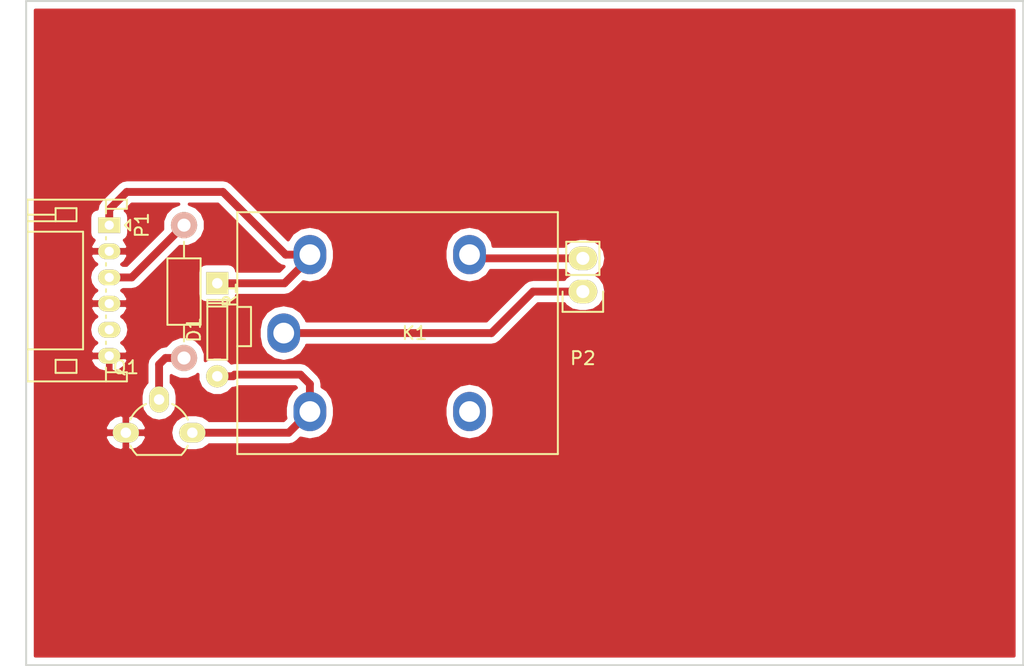
<source format=kicad_pcb>
(kicad_pcb (version 4) (host pcbnew 4.0.3-stable)

  (general
    (links 11)
    (no_connects 0)
    (area 25.324999 25.324999 101.675001 76.275001)
    (thickness 1.6)
    (drawings 4)
    (tracks 25)
    (zones 0)
    (modules 6)
    (nets 8)
  )

  (page A4)
  (layers
    (0 F.Cu signal)
    (31 B.Cu signal)
    (32 B.Adhes user)
    (33 F.Adhes user)
    (34 B.Paste user)
    (35 F.Paste user)
    (36 B.SilkS user)
    (37 F.SilkS user)
    (38 B.Mask user)
    (39 F.Mask user)
    (40 Dwgs.User user)
    (41 Cmts.User user)
    (42 Eco1.User user)
    (43 Eco2.User user)
    (44 Edge.Cuts user)
    (45 Margin user)
    (46 B.CrtYd user)
    (47 F.CrtYd user)
    (48 B.Fab user)
    (49 F.Fab user)
  )

  (setup
    (last_trace_width 0.6)
    (trace_clearance 0.51)
    (zone_clearance 0.508)
    (zone_45_only no)
    (trace_min 0.2)
    (segment_width 0.2)
    (edge_width 0.15)
    (via_size 0.6)
    (via_drill 0.4)
    (via_min_size 0.4)
    (via_min_drill 0.3)
    (uvia_size 0.3)
    (uvia_drill 0.1)
    (uvias_allowed no)
    (uvia_min_size 0.2)
    (uvia_min_drill 0.1)
    (pcb_text_width 0.3)
    (pcb_text_size 1.5 1.5)
    (mod_edge_width 0.15)
    (mod_text_size 1 1)
    (mod_text_width 0.15)
    (pad_size 1.524 1.524)
    (pad_drill 0.762)
    (pad_to_mask_clearance 0.2)
    (aux_axis_origin 0 0)
    (visible_elements FFFFFF7F)
    (pcbplotparams
      (layerselection 0x00030_80000001)
      (usegerberextensions false)
      (excludeedgelayer true)
      (linewidth 0.100000)
      (plotframeref false)
      (viasonmask false)
      (mode 1)
      (useauxorigin false)
      (hpglpennumber 1)
      (hpglpenspeed 20)
      (hpglpendiameter 15)
      (hpglpenoverlay 2)
      (psnegative false)
      (psa4output false)
      (plotreference true)
      (plotvalue true)
      (plotinvisibletext false)
      (padsonsilk false)
      (subtractmaskfromsilk false)
      (outputformat 1)
      (mirror false)
      (drillshape 1)
      (scaleselection 1)
      (outputdirectory ""))
  )

  (net 0 "")
  (net 1 "Net-(D1-Pad2)")
  (net 2 +5V)
  (net 3 "Net-(K1-Pad1)")
  (net 4 "Net-(K1-Pad3)")
  (net 5 GND)
  (net 6 "Net-(P1-Pad3)")
  (net 7 "Net-(Q1-Pad2)")

  (net_class Default "This is the default net class."
    (clearance 0.51)
    (trace_width 0.6)
    (via_dia 0.6)
    (via_drill 0.4)
    (uvia_dia 0.3)
    (uvia_drill 0.1)
    (add_net +5V)
    (add_net GND)
    (add_net "Net-(D1-Pad2)")
    (add_net "Net-(K1-Pad1)")
    (add_net "Net-(K1-Pad3)")
    (add_net "Net-(P1-Pad3)")
    (add_net "Net-(Q1-Pad2)")
  )

  (module TO_SOT_Packages_THT:TO-92_Molded_Wide_Oval (layer F.Cu) (tedit 54F243F6) (tstamp 57D358FB)
    (at 33.02 58.42)
    (descr "TO-92 leads molded, wide, oval pads, drill 0.8mm (see NXP sot054_po.pdf)")
    (tags "to-92 sc-43 sc-43a sot54 PA33 transistor")
    (path /57D35298)
    (fp_text reference Q1 (at 0 -5) (layer F.SilkS)
      (effects (font (size 1 1) (thickness 0.15)))
    )
    (fp_text value 2N3904 (at 0 3) (layer F.Fab)
      (effects (font (size 1 1) (thickness 0.15)))
    )
    (fp_arc (start 2.54 0) (end 0.34 -1) (angle 41.11209044) (layer F.SilkS) (width 0.15))
    (fp_arc (start 2.54 0) (end 4.74 -1) (angle -41.11210221) (layer F.SilkS) (width 0.15))
    (fp_arc (start 2.54 0) (end 0.84 1.7) (angle 20.5) (layer F.SilkS) (width 0.15))
    (fp_arc (start 2.54 0) (end 4.24 1.7) (angle -20.5) (layer F.SilkS) (width 0.15))
    (fp_line (start -1.25 1.95) (end -1.25 -3.8) (layer F.CrtYd) (width 0.05))
    (fp_line (start -1.25 1.95) (end 6.35 1.95) (layer F.CrtYd) (width 0.05))
    (fp_line (start 0.84 1.7) (end 4.24 1.7) (layer F.SilkS) (width 0.15))
    (fp_line (start -1.25 -3.8) (end 6.35 -3.8) (layer F.CrtYd) (width 0.05))
    (fp_line (start 6.35 1.95) (end 6.35 -3.8) (layer F.CrtYd) (width 0.05))
    (pad 2 thru_hole oval (at 2.54 -2.54 90) (size 1.99898 1.50114) (drill 0.8) (layers *.Cu *.Mask F.SilkS)
      (net 7 "Net-(Q1-Pad2)"))
    (pad 1 thru_hole oval (at 0 0 90) (size 1.50114 1.99898) (drill 0.8) (layers *.Cu *.Mask F.SilkS)
      (net 5 GND))
    (pad 3 thru_hole oval (at 5.08 0 90) (size 1.50114 1.99898) (drill 0.8) (layers *.Cu *.Mask F.SilkS)
      (net 1 "Net-(D1-Pad2)"))
    (model TO_SOT_Packages_THT.3dshapes/TO-92_Molded_Wide_Oval.wrl
      (at (xyz 0.1 0 0))
      (scale (xyz 1 1 1))
      (rotate (xyz 0 0 -90))
    )
  )

  (module t_footprints:DO-35 (layer F.Cu) (tedit 57B0F4FF) (tstamp 57D3589C)
    (at 40.005 46.99 270)
    (descr DO-35)
    (tags "DO-35 Diode")
    (path /57D356C4)
    (fp_text reference D1 (at 3.556 1.778 270) (layer F.SilkS)
      (effects (font (size 1 1) (thickness 0.15)))
    )
    (fp_text value 1N4148 (at 3.556 -1.524 270) (layer F.Fab)
      (effects (font (size 1 1) (thickness 0.15)))
    )
    (fp_line (start 1.77852 -0.76454) (end 1.77852 0.75946) (layer F.SilkS) (width 0.15))
    (fp_line (start 1.52452 -0.76454) (end 1.52452 0.75946) (layer F.SilkS) (width 0.15))
    (fp_line (start 1.27052 -0.00254) (end 1.27052 0.75946) (layer F.SilkS) (width 0.15))
    (fp_line (start 1.27052 0.75946) (end 5.84252 0.75946) (layer F.SilkS) (width 0.15))
    (fp_line (start 5.84252 0.75946) (end 5.84252 -0.76454) (layer F.SilkS) (width 0.15))
    (fp_line (start 5.84252 -0.76454) (end 1.27052 -0.76454) (layer F.SilkS) (width 0.15))
    (fp_line (start 1.27052 -0.76454) (end 1.27052 -0.00254) (layer F.SilkS) (width 0.15))
    (pad 2 thru_hole circle (at 7.112 -0.00254 90) (size 1.7 1.7) (drill 0.8) (layers *.Cu *.Mask F.SilkS)
      (net 1 "Net-(D1-Pad2)"))
    (pad 1 thru_hole rect (at 0.00052 -0.00254 90) (size 1.7 1.7) (drill 0.8) (layers *.Cu *.Mask F.SilkS)
      (net 2 +5V))
    (model Diodes_ThroughHole.3dshapes/Diode_DO-35_SOD27_Horizontal_RM10.wrl
      (at (xyz 0.2 0 0))
      (scale (xyz 0.4 0.4 0.4))
      (rotate (xyz 0 0 180))
    )
  )

  (module t_footprints:RELAY_1_FORM_C (layer F.Cu) (tedit 57D34E9A) (tstamp 57D358AC)
    (at 45.085 50.8)
    (path /57D35277)
    (fp_text reference K1 (at 10 0) (layer F.SilkS)
      (effects (font (size 1 1) (thickness 0.15)))
    )
    (fp_text value G5LE-14_DC5 (at 9 -10) (layer F.Fab)
      (effects (font (size 1 1) (thickness 0.15)))
    )
    (fp_line (start -2.5 1) (end -3.55 1) (layer F.SilkS) (width 0.15))
    (fp_line (start -2.5 -2) (end -2.5 1) (layer F.SilkS) (width 0.15))
    (fp_line (start -3.55 -2) (end -2.5 -2) (layer F.SilkS) (width 0.15))
    (fp_line (start -3.55 9.25) (end 20.95 9.25) (layer F.SilkS) (width 0.15))
    (fp_line (start 20.95 9.25) (end 20.95 -9.25) (layer F.SilkS) (width 0.15))
    (fp_line (start -3.55 9.25) (end -3.55 -9.25) (layer F.SilkS) (width 0.15))
    (fp_line (start -3.55 -9.25) (end 20.95 -9.25) (layer F.SilkS) (width 0.15))
    (pad 1 thru_hole oval (at 0 0) (size 2.5 3) (drill 1.5875) (layers *.Cu *.Mask)
      (net 3 "Net-(K1-Pad1)"))
    (pad 2 thru_hole oval (at 2 -6) (size 2.5 3) (drill 1.5875) (layers *.Cu *.Mask)
      (net 2 +5V))
    (pad 3 thru_hole oval (at 14.2 -6) (size 2.5 3) (drill 1.5875) (layers *.Cu *.Mask)
      (net 4 "Net-(K1-Pad3)"))
    (pad 4 thru_hole oval (at 14.2 6) (size 2.5 3) (drill 1.5875) (layers *.Cu *.Mask))
    (pad 5 thru_hole oval (at 2 6) (size 2.5 3) (drill 1.5875) (layers *.Cu *.Mask)
      (net 1 "Net-(D1-Pad2)"))
  )

  (module t_footprints:JST_PH_RIGHT_6pin (layer F.Cu) (tedit 0) (tstamp 57D358DA)
    (at 31.75 42.545 270)
    (descr "JST PH Series 6 Positions Shrouded Connector pitch-2mm ThroughHole Right Angle Tin")
    (tags "connector jst ph")
    (path /57D35697)
    (fp_text reference P1 (at 0 -2.5 270) (layer F.SilkS)
      (effects (font (size 1 1) (thickness 0.15)))
    )
    (fp_text value tstat_ui_conn (at 5 7.5 270) (layer F.Fab)
      (effects (font (size 1 1) (thickness 0.15)))
    )
    (fp_line (start 0.5 6.25) (end 0.5 2) (layer F.SilkS) (width 0.15))
    (fp_line (start 0.5 2) (end 9.5 2) (layer F.SilkS) (width 0.15))
    (fp_line (start 9.5 2) (end 9.5 6.25) (layer F.SilkS) (width 0.15))
    (fp_line (start -0.9 0.25) (end -1.25 0.25) (layer F.SilkS) (width 0.15))
    (fp_line (start -1.25 0.25) (end -1.25 -1.35) (layer F.SilkS) (width 0.15))
    (fp_line (start -1.25 -1.35) (end -1.95 -1.35) (layer F.SilkS) (width 0.15))
    (fp_line (start -1.95 -1.35) (end -1.95 6.25) (layer F.SilkS) (width 0.15))
    (fp_line (start -1.95 6.25) (end 11.95 6.25) (layer F.SilkS) (width 0.15))
    (fp_line (start 11.95 6.25) (end 11.95 -1.35) (layer F.SilkS) (width 0.15))
    (fp_line (start 11.95 -1.35) (end 11.25 -1.35) (layer F.SilkS) (width 0.15))
    (fp_line (start 11.25 -1.35) (end 11.25 0.25) (layer F.SilkS) (width 0.15))
    (fp_line (start 11.25 0.25) (end 10.9 0.25) (layer F.SilkS) (width 0.15))
    (fp_line (start 0 -1.2) (end -0.4 -1.6) (layer F.SilkS) (width 0.15))
    (fp_line (start -0.4 -1.6) (end 0.4 -1.6) (layer F.SilkS) (width 0.15))
    (fp_line (start 0.4 -1.6) (end 0 -1.2) (layer F.SilkS) (width 0.15))
    (fp_line (start -1.95 0.25) (end -1.25 0.25) (layer F.SilkS) (width 0.15))
    (fp_line (start 11.95 0.25) (end 11.25 0.25) (layer F.SilkS) (width 0.15))
    (fp_line (start -1.3 2.5) (end -1.3 4.1) (layer F.SilkS) (width 0.15))
    (fp_line (start -1.3 4.1) (end -0.3 4.1) (layer F.SilkS) (width 0.15))
    (fp_line (start -0.3 4.1) (end -0.3 2.5) (layer F.SilkS) (width 0.15))
    (fp_line (start -0.3 2.5) (end -1.3 2.5) (layer F.SilkS) (width 0.15))
    (fp_line (start 11.3 2.5) (end 11.3 4.1) (layer F.SilkS) (width 0.15))
    (fp_line (start 11.3 4.1) (end 10.3 4.1) (layer F.SilkS) (width 0.15))
    (fp_line (start 10.3 4.1) (end 10.3 2.5) (layer F.SilkS) (width 0.15))
    (fp_line (start 10.3 2.5) (end 11.3 2.5) (layer F.SilkS) (width 0.15))
    (fp_line (start -0.3 4.1) (end -0.3 6.25) (layer F.SilkS) (width 0.15))
    (fp_line (start -0.8 4.1) (end -0.8 6.25) (layer F.SilkS) (width 0.15))
    (fp_line (start 0.9 0.25) (end 1.1 0.25) (layer F.SilkS) (width 0.15))
    (fp_line (start 2.9 0.25) (end 3.1 0.25) (layer F.SilkS) (width 0.15))
    (fp_line (start 4.9 0.25) (end 5.1 0.25) (layer F.SilkS) (width 0.15))
    (fp_line (start 6.9 0.25) (end 7.1 0.25) (layer F.SilkS) (width 0.15))
    (fp_line (start 8.9 0.25) (end 9.1 0.25) (layer F.SilkS) (width 0.15))
    (fp_line (start -2.45 6.75) (end -2.45 -1.85) (layer F.CrtYd) (width 0.05))
    (fp_line (start -2.45 -1.85) (end 12.45 -1.85) (layer F.CrtYd) (width 0.05))
    (fp_line (start 12.45 -1.85) (end 12.45 6.75) (layer F.CrtYd) (width 0.05))
    (fp_line (start 12.45 6.75) (end -2.45 6.75) (layer F.CrtYd) (width 0.05))
    (pad 1 thru_hole rect (at 0 0 270) (size 1.2 1.7) (drill 0.7) (layers *.Cu *.Mask F.SilkS)
      (net 2 +5V))
    (pad 2 thru_hole oval (at 2 0 270) (size 1.2 1.7) (drill 0.7) (layers *.Cu *.Mask F.SilkS)
      (net 5 GND))
    (pad 3 thru_hole oval (at 4 0 270) (size 1.2 1.7) (drill 0.7) (layers *.Cu *.Mask F.SilkS)
      (net 6 "Net-(P1-Pad3)"))
    (pad 4 thru_hole oval (at 6 0 270) (size 1.2 1.7) (drill 0.7) (layers *.Cu *.Mask F.SilkS)
      (net 5 GND))
    (pad 5 thru_hole oval (at 8 0 270) (size 1.2 1.7) (drill 0.7) (layers *.Cu *.Mask F.SilkS))
    (pad 6 thru_hole oval (at 10 0 270) (size 1.2 1.7) (drill 0.7) (layers *.Cu *.Mask F.SilkS)
      (net 5 GND))
  )

  (module t_footprints:Resistor_Horizontal_RM10mm (layer F.Cu) (tedit 57CB0716) (tstamp 57D3590B)
    (at 37.465 42.545 270)
    (descr "Resistor, Axial,  RM 10mm, 1/3W")
    (tags "Resistor Axial RM 10mm 1/3W")
    (path /57D353FD)
    (fp_text reference R1 (at 5.32892 -3.50012 270) (layer F.SilkS)
      (effects (font (size 1 1) (thickness 0.15)))
    )
    (fp_text value 4.75K (at 5.08 3.81 270) (layer F.Fab)
      (effects (font (size 1 1) (thickness 0.15)))
    )
    (fp_line (start -1.25 -1.5) (end 11.4 -1.5) (layer F.CrtYd) (width 0.05))
    (fp_line (start -1.25 1.5) (end -1.25 -1.5) (layer F.CrtYd) (width 0.05))
    (fp_line (start 11.4 -1.5) (end 11.4 1.5) (layer F.CrtYd) (width 0.05))
    (fp_line (start -1.25 1.5) (end 11.4 1.5) (layer F.CrtYd) (width 0.05))
    (fp_line (start 2.54 -1.27) (end 7.62 -1.27) (layer F.SilkS) (width 0.15))
    (fp_line (start 7.62 -1.27) (end 7.62 1.27) (layer F.SilkS) (width 0.15))
    (fp_line (start 7.62 1.27) (end 2.54 1.27) (layer F.SilkS) (width 0.15))
    (fp_line (start 2.54 1.27) (end 2.54 -1.27) (layer F.SilkS) (width 0.15))
    (fp_line (start 2.54 0) (end 1.27 0) (layer F.SilkS) (width 0.15))
    (fp_line (start 7.62 0) (end 8.89 0) (layer F.SilkS) (width 0.15))
    (pad 1 thru_hole circle (at 0 0 270) (size 2 2) (drill 1) (layers *.Cu *.SilkS *.Mask)
      (net 6 "Net-(P1-Pad3)"))
    (pad 2 thru_hole circle (at 10.16 0 270) (size 2 2) (drill 1) (layers *.Cu *.SilkS *.Mask)
      (net 7 "Net-(Q1-Pad2)"))
    (model Resistors_ThroughHole.3dshapes/Resistor_Horizontal_RM10mm.wrl
      (at (xyz 0.2 0 0))
      (scale (xyz 0.4 0.4 0.4))
      (rotate (xyz 0 0 0))
    )
  )

  (module t_footprints:Pin_Header_Straight_1x02 (layer F.Cu) (tedit 57D35A42) (tstamp 57D3607A)
    (at 67.945 47.625 180)
    (descr "Through hole pin header")
    (tags "pin header")
    (path /57D35321)
    (fp_text reference P2 (at 0 -5.1 180) (layer F.SilkS)
      (effects (font (size 1 1) (thickness 0.15)))
    )
    (fp_text value CONN_01X02 (at 0 -3.1 180) (layer F.Fab)
      (effects (font (size 1 1) (thickness 0.15)))
    )
    (fp_line (start 1.27 1.27) (end 1.27 3.81) (layer F.SilkS) (width 0.15))
    (fp_line (start 1.55 -1.55) (end 1.55 0) (layer F.SilkS) (width 0.15))
    (fp_line (start -1.75 -1.75) (end -1.75 4.3) (layer F.CrtYd) (width 0.05))
    (fp_line (start 1.75 -1.75) (end 1.75 4.3) (layer F.CrtYd) (width 0.05))
    (fp_line (start -1.75 -1.75) (end 1.75 -1.75) (layer F.CrtYd) (width 0.05))
    (fp_line (start -1.75 4.3) (end 1.75 4.3) (layer F.CrtYd) (width 0.05))
    (fp_line (start 1.27 1.27) (end -1.27 1.27) (layer F.SilkS) (width 0.15))
    (fp_line (start -1.55 0) (end -1.55 -1.55) (layer F.SilkS) (width 0.15))
    (fp_line (start -1.55 -1.55) (end 1.55 -1.55) (layer F.SilkS) (width 0.15))
    (fp_line (start -1.27 1.27) (end -1.27 3.81) (layer F.SilkS) (width 0.15))
    (fp_line (start -1.27 3.81) (end 1.27 3.81) (layer F.SilkS) (width 0.15))
    (pad 1 thru_hole oval (at 0 0 180) (size 2.2 1.8) (drill 1) (layers *.Cu *.Mask F.SilkS)
      (net 3 "Net-(K1-Pad1)"))
    (pad 2 thru_hole oval (at 0 2.54 180) (size 2.2 1.8) (drill 1) (layers *.Cu *.Mask F.SilkS)
      (net 4 "Net-(K1-Pad3)"))
    (model Pin_Headers.3dshapes/Pin_Header_Straight_1x02.wrl
      (at (xyz 0 -0.05 0))
      (scale (xyz 1 1 1))
      (rotate (xyz 0 0 90))
    )
  )

  (gr_line (start 101.6 25.4) (end 25.4 25.4) (angle 90) (layer Edge.Cuts) (width 0.15))
  (gr_line (start 101.6 76.2) (end 101.6 25.4) (angle 90) (layer Edge.Cuts) (width 0.15))
  (gr_line (start 25.4 76.2) (end 101.6 76.2) (angle 90) (layer Edge.Cuts) (width 0.15))
  (gr_line (start 25.4 25.4) (end 25.4 76.2) (angle 90) (layer Edge.Cuts) (width 0.15))

  (segment (start 45.465 58.42) (end 38.1 58.42) (width 0.6) (layer F.Cu) (net 1))
  (segment (start 45.465 58.42) (end 47.085 56.8) (width 0.6) (layer F.Cu) (net 1))
  (segment (start 40.00754 54.102) (end 41.209621 54.102) (width 0.6) (layer F.Cu) (net 1))
  (segment (start 47.085 54.7) (end 47.085 56.8) (width 0.6) (layer F.Cu) (net 1))
  (segment (start 41.209621 54.102) (end 41.336621 53.975) (width 0.6) (layer F.Cu) (net 1))
  (segment (start 46.36 53.975) (end 47.085 54.7) (width 0.6) (layer F.Cu) (net 1))
  (segment (start 41.336621 53.975) (end 46.36 53.975) (width 0.6) (layer F.Cu) (net 1))
  (segment (start 33.09 40.005) (end 40.44 40.005) (width 0.6) (layer F.Cu) (net 2))
  (segment (start 40.44 40.005) (end 45.235 44.8) (width 0.6) (layer F.Cu) (net 2))
  (segment (start 45.235 44.8) (end 47.085 44.8) (width 0.6) (layer F.Cu) (net 2))
  (segment (start 31.75 42.545) (end 31.75 41.345) (width 0.6) (layer F.Cu) (net 2))
  (segment (start 31.75 41.345) (end 33.09 40.005) (width 0.6) (layer F.Cu) (net 2))
  (segment (start 47.085 44.8) (end 47.085 45.05) (width 0.6) (layer F.Cu) (net 2))
  (segment (start 47.085 45.05) (end 45.14448 46.99052) (width 0.6) (layer F.Cu) (net 2))
  (segment (start 45.14448 46.99052) (end 40.00754 46.99052) (width 0.6) (layer F.Cu) (net 2))
  (segment (start 60.96 50.8) (end 64.135 47.625) (width 0.6) (layer F.Cu) (net 3))
  (segment (start 64.135 47.625) (end 67.945 47.625) (width 0.6) (layer F.Cu) (net 3))
  (segment (start 45.085 50.8) (end 60.96 50.8) (width 0.6) (layer F.Cu) (net 3))
  (segment (start 67.945 45.085) (end 59.57 45.085) (width 0.6) (layer F.Cu) (net 4))
  (segment (start 59.57 45.085) (end 59.285 44.8) (width 0.6) (layer F.Cu) (net 4))
  (segment (start 37.465 42.545) (end 33.465 46.545) (width 0.6) (layer F.Cu) (net 6))
  (segment (start 33.465 46.545) (end 31.75 46.545) (width 0.6) (layer F.Cu) (net 6))
  (segment (start 35.56 53.195787) (end 35.56 55.88) (width 0.6) (layer F.Cu) (net 7))
  (segment (start 37.465 52.705) (end 36.050787 52.705) (width 0.6) (layer F.Cu) (net 7))
  (segment (start 36.050787 52.705) (end 35.56 53.195787) (width 0.6) (layer F.Cu) (net 7))

  (zone (net 5) (net_name GND) (layer F.Cu) (tstamp 0) (hatch edge 0.508)
    (connect_pads (clearance 0.508))
    (min_thickness 0.254)
    (fill yes (arc_segments 16) (thermal_gap 0.508) (thermal_bridge_width 0.508))
    (polygon
      (pts
        (xy 25.4 25.4) (xy 25.4 76.2) (xy 101.6 76.2) (xy 101.6 25.4)
      )
    )
    (filled_polygon
      (pts
        (xy 100.89 75.49) (xy 26.11 75.49) (xy 26.11 58.761275) (xy 31.428197 58.761275) (xy 31.446843 58.863305)
        (xy 31.71729 59.336324) (xy 32.148167 59.669841) (xy 32.673877 59.813081) (xy 32.893 59.652386) (xy 32.893 58.547)
        (xy 33.147 58.547) (xy 33.147 59.652386) (xy 33.366123 59.813081) (xy 33.891833 59.669841) (xy 34.32271 59.336324)
        (xy 34.593157 58.863305) (xy 34.611803 58.761275) (xy 34.489149 58.547) (xy 33.147 58.547) (xy 32.893 58.547)
        (xy 31.550851 58.547) (xy 31.428197 58.761275) (xy 26.11 58.761275) (xy 26.11 58.078725) (xy 31.428197 58.078725)
        (xy 31.550851 58.293) (xy 32.893 58.293) (xy 32.893 57.187614) (xy 33.147 57.187614) (xy 33.147 58.293)
        (xy 34.489149 58.293) (xy 34.611803 58.078725) (xy 34.593157 57.976695) (xy 34.32271 57.503676) (xy 33.891833 57.170159)
        (xy 33.366123 57.026919) (xy 33.147 57.187614) (xy 32.893 57.187614) (xy 32.673877 57.026919) (xy 32.148167 57.170159)
        (xy 31.71729 57.503676) (xy 31.446843 57.976695) (xy 31.428197 58.078725) (xy 26.11 58.078725) (xy 26.11 55.599019)
        (xy 34.17243 55.599019) (xy 34.17243 56.160981) (xy 34.278052 56.691981) (xy 34.57884 57.142141) (xy 35.029 57.442929)
        (xy 35.56 57.548551) (xy 36.091 57.442929) (xy 36.54116 57.142141) (xy 36.841948 56.691981) (xy 36.94757 56.160981)
        (xy 36.94757 55.599019) (xy 36.841948 55.068019) (xy 36.54116 54.617859) (xy 36.497 54.588352) (xy 36.497 54.0524)
        (xy 36.536503 54.091972) (xy 37.137952 54.341715) (xy 37.789191 54.342284) (xy 38.391075 54.09359) (xy 38.52066 53.964231)
        (xy 38.520282 54.396485) (xy 38.746188 54.943217) (xy 39.164122 55.361882) (xy 39.71046 55.588741) (xy 40.302025 55.589258)
        (xy 40.848757 55.363352) (xy 41.173676 55.039) (xy 41.209621 55.039) (xy 41.568196 54.967675) (xy 41.651519 54.912)
        (xy 45.971882 54.912) (xy 46.040237 54.980355) (xy 45.75069 55.173824) (xy 45.341639 55.78601) (xy 45.198 56.508134)
        (xy 45.198 57.091866) (xy 45.242798 57.317084) (xy 45.076882 57.483) (xy 39.391648 57.483) (xy 39.362141 57.43884)
        (xy 38.911981 57.138052) (xy 38.380981 57.03243) (xy 37.819019 57.03243) (xy 37.288019 57.138052) (xy 36.837859 57.43884)
        (xy 36.537071 57.889) (xy 36.431449 58.42) (xy 36.537071 58.951) (xy 36.837859 59.40116) (xy 37.288019 59.701948)
        (xy 37.819019 59.80757) (xy 38.380981 59.80757) (xy 38.911981 59.701948) (xy 39.362141 59.40116) (xy 39.391648 59.357)
        (xy 45.465 59.357) (xy 45.823575 59.285675) (xy 46.127559 59.082559) (xy 46.372898 58.83722) (xy 47.085 58.978866)
        (xy 47.807124 58.835227) (xy 48.41931 58.426176) (xy 48.828361 57.81399) (xy 48.972 57.091866) (xy 48.972 56.508134)
        (xy 57.398 56.508134) (xy 57.398 57.091866) (xy 57.541639 57.81399) (xy 57.95069 58.426176) (xy 58.562876 58.835227)
        (xy 59.285 58.978866) (xy 60.007124 58.835227) (xy 60.61931 58.426176) (xy 61.028361 57.81399) (xy 61.172 57.091866)
        (xy 61.172 56.508134) (xy 61.028361 55.78601) (xy 60.61931 55.173824) (xy 60.007124 54.764773) (xy 59.285 54.621134)
        (xy 58.562876 54.764773) (xy 57.95069 55.173824) (xy 57.541639 55.78601) (xy 57.398 56.508134) (xy 48.972 56.508134)
        (xy 48.828361 55.78601) (xy 48.41931 55.173824) (xy 48.022 54.908349) (xy 48.022 54.7) (xy 47.950675 54.341426)
        (xy 47.747559 54.037441) (xy 47.022559 53.312441) (xy 46.718575 53.109325) (xy 46.36 53.038) (xy 41.336621 53.038)
        (xy 41.094562 53.086148) (xy 40.850958 52.842118) (xy 40.30462 52.615259) (xy 39.713055 52.614742) (xy 39.166323 52.840648)
        (xy 39.101826 52.905032) (xy 39.102284 52.380809) (xy 38.85359 51.778925) (xy 38.393497 51.318028) (xy 37.792048 51.068285)
        (xy 37.140809 51.067716) (xy 36.538925 51.31641) (xy 36.086546 51.768) (xy 36.050787 51.768) (xy 35.692213 51.839325)
        (xy 35.388228 52.042441) (xy 34.897441 52.533228) (xy 34.694325 52.837212) (xy 34.694325 52.837213) (xy 34.623 53.195787)
        (xy 34.623 54.588352) (xy 34.57884 54.617859) (xy 34.278052 55.068019) (xy 34.17243 55.599019) (xy 26.11 55.599019)
        (xy 26.11 52.862609) (xy 30.306538 52.862609) (xy 30.321714 52.954376) (xy 30.568067 53.374125) (xy 30.956299 53.667647)
        (xy 31.427304 53.790256) (xy 31.623 53.627547) (xy 31.623 52.672) (xy 31.877 52.672) (xy 31.877 53.627547)
        (xy 32.072696 53.790256) (xy 32.543701 53.667647) (xy 32.931933 53.374125) (xy 33.178286 52.954376) (xy 33.193462 52.862609)
        (xy 33.068731 52.672) (xy 31.877 52.672) (xy 31.623 52.672) (xy 30.431269 52.672) (xy 30.306538 52.862609)
        (xy 26.11 52.862609) (xy 26.11 50.545) (xy 30.233868 50.545) (xy 30.328029 51.018379) (xy 30.596177 51.419691)
        (xy 30.789216 51.548676) (xy 30.568067 51.715875) (xy 30.321714 52.135624) (xy 30.306538 52.227391) (xy 30.431269 52.418)
        (xy 31.623 52.418) (xy 31.623 52.398) (xy 31.877 52.398) (xy 31.877 52.418) (xy 33.068731 52.418)
        (xy 33.193462 52.227391) (xy 33.178286 52.135624) (xy 32.931933 51.715875) (xy 32.710784 51.548676) (xy 32.903823 51.419691)
        (xy 33.171971 51.018379) (xy 33.266132 50.545) (xy 33.258799 50.508134) (xy 43.198 50.508134) (xy 43.198 51.091866)
        (xy 43.341639 51.81399) (xy 43.75069 52.426176) (xy 44.362876 52.835227) (xy 45.085 52.978866) (xy 45.807124 52.835227)
        (xy 46.41931 52.426176) (xy 46.828361 51.81399) (xy 46.843675 51.737) (xy 60.96 51.737) (xy 61.318575 51.665675)
        (xy 61.622559 51.462559) (xy 64.523118 48.562) (xy 66.524038 48.562) (xy 66.624147 48.711823) (xy 67.122786 49.045003)
        (xy 67.71097 49.162) (xy 68.17903 49.162) (xy 68.767214 49.045003) (xy 69.265853 48.711823) (xy 69.599033 48.213184)
        (xy 69.71603 47.625) (xy 69.599033 47.036816) (xy 69.265853 46.538177) (xy 68.991709 46.355) (xy 69.265853 46.171823)
        (xy 69.599033 45.673184) (xy 69.71603 45.085) (xy 69.599033 44.496816) (xy 69.265853 43.998177) (xy 68.767214 43.664997)
        (xy 68.17903 43.548) (xy 67.71097 43.548) (xy 67.122786 43.664997) (xy 66.624147 43.998177) (xy 66.524038 44.148)
        (xy 61.100365 44.148) (xy 61.028361 43.78601) (xy 60.61931 43.173824) (xy 60.007124 42.764773) (xy 59.285 42.621134)
        (xy 58.562876 42.764773) (xy 57.95069 43.173824) (xy 57.541639 43.78601) (xy 57.398 44.508134) (xy 57.398 45.091866)
        (xy 57.541639 45.81399) (xy 57.95069 46.426176) (xy 58.562876 46.835227) (xy 59.285 46.978866) (xy 60.007124 46.835227)
        (xy 60.61931 46.426176) (xy 60.889373 46.022) (xy 66.524038 46.022) (xy 66.624147 46.171823) (xy 66.898291 46.355)
        (xy 66.624147 46.538177) (xy 66.524038 46.688) (xy 64.135 46.688) (xy 63.776425 46.759325) (xy 63.472441 46.962441)
        (xy 60.571882 49.863) (xy 46.843675 49.863) (xy 46.828361 49.78601) (xy 46.41931 49.173824) (xy 45.807124 48.764773)
        (xy 45.085 48.621134) (xy 44.362876 48.764773) (xy 43.75069 49.173824) (xy 43.341639 49.78601) (xy 43.198 50.508134)
        (xy 33.258799 50.508134) (xy 33.171971 50.071621) (xy 32.903823 49.670309) (xy 32.710784 49.541324) (xy 32.931933 49.374125)
        (xy 33.178286 48.954376) (xy 33.193462 48.862609) (xy 33.068731 48.672) (xy 31.877 48.672) (xy 31.877 48.692)
        (xy 31.623 48.692) (xy 31.623 48.672) (xy 30.431269 48.672) (xy 30.306538 48.862609) (xy 30.321714 48.954376)
        (xy 30.568067 49.374125) (xy 30.789216 49.541324) (xy 30.596177 49.670309) (xy 30.328029 50.071621) (xy 30.233868 50.545)
        (xy 26.11 50.545) (xy 26.11 46.545) (xy 30.233868 46.545) (xy 30.328029 47.018379) (xy 30.596177 47.419691)
        (xy 30.789216 47.548676) (xy 30.568067 47.715875) (xy 30.321714 48.135624) (xy 30.306538 48.227391) (xy 30.431269 48.418)
        (xy 31.623 48.418) (xy 31.623 48.398) (xy 31.877 48.398) (xy 31.877 48.418) (xy 33.068731 48.418)
        (xy 33.193462 48.227391) (xy 33.178286 48.135624) (xy 32.931933 47.715875) (xy 32.710784 47.548676) (xy 32.810571 47.482)
        (xy 33.465 47.482) (xy 33.823575 47.410675) (xy 34.127559 47.207559) (xy 37.15339 44.181728) (xy 37.789191 44.182284)
        (xy 38.391075 43.93359) (xy 38.851972 43.473497) (xy 39.101715 42.872048) (xy 39.102284 42.220809) (xy 38.85359 41.618925)
        (xy 38.393497 41.158028) (xy 37.873243 40.942) (xy 40.051882 40.942) (xy 44.572441 45.462559) (xy 44.876425 45.665675)
        (xy 45.099779 45.710103) (xy 44.756362 46.05352) (xy 41.490649 46.05352) (xy 41.462602 45.904462) (xy 41.323092 45.687657)
        (xy 41.110224 45.542211) (xy 40.85754 45.491041) (xy 39.15754 45.491041) (xy 38.921482 45.535458) (xy 38.704677 45.674968)
        (xy 38.559231 45.887836) (xy 38.508061 46.14052) (xy 38.508061 47.84052) (xy 38.552478 48.076578) (xy 38.691988 48.293383)
        (xy 38.904856 48.438829) (xy 39.15754 48.489999) (xy 40.85754 48.489999) (xy 41.093598 48.445582) (xy 41.310403 48.306072)
        (xy 41.455849 48.093204) (xy 41.489401 47.92752) (xy 45.14448 47.92752) (xy 45.503055 47.856195) (xy 45.807039 47.653079)
        (xy 46.58142 46.878698) (xy 47.085 46.978866) (xy 47.807124 46.835227) (xy 48.41931 46.426176) (xy 48.828361 45.81399)
        (xy 48.972 45.091866) (xy 48.972 44.508134) (xy 48.828361 43.78601) (xy 48.41931 43.173824) (xy 47.807124 42.764773)
        (xy 47.085 42.621134) (xy 46.362876 42.764773) (xy 45.75069 43.173824) (xy 45.423546 43.663428) (xy 41.102559 39.342441)
        (xy 40.798575 39.139325) (xy 40.44 39.068) (xy 33.09 39.068) (xy 32.731425 39.139325) (xy 32.427441 39.342441)
        (xy 31.087441 40.682441) (xy 30.884325 40.986425) (xy 30.884325 40.986426) (xy 30.819842 41.310604) (xy 30.663942 41.339938)
        (xy 30.447137 41.479448) (xy 30.301691 41.692316) (xy 30.250521 41.945) (xy 30.250521 43.145) (xy 30.294938 43.381058)
        (xy 30.434448 43.597863) (xy 30.586627 43.701842) (xy 30.568067 43.715875) (xy 30.321714 44.135624) (xy 30.306538 44.227391)
        (xy 30.431269 44.418) (xy 31.623 44.418) (xy 31.623 44.398) (xy 31.877 44.398) (xy 31.877 44.418)
        (xy 33.068731 44.418) (xy 33.193462 44.227391) (xy 33.178286 44.135624) (xy 32.931933 43.715875) (xy 32.912279 43.701015)
        (xy 33.052863 43.610552) (xy 33.198309 43.397684) (xy 33.249479 43.145) (xy 33.249479 41.945) (xy 33.205062 41.708942)
        (xy 33.065552 41.492137) (xy 32.983824 41.436294) (xy 33.478118 40.942) (xy 37.057836 40.942) (xy 36.538925 41.15641)
        (xy 36.078028 41.616503) (xy 35.828285 42.217952) (xy 35.827727 42.857155) (xy 33.076882 45.608) (xy 32.810571 45.608)
        (xy 32.710784 45.541324) (xy 32.931933 45.374125) (xy 33.178286 44.954376) (xy 33.193462 44.862609) (xy 33.068731 44.672)
        (xy 31.877 44.672) (xy 31.877 44.692) (xy 31.623 44.692) (xy 31.623 44.672) (xy 30.431269 44.672)
        (xy 30.306538 44.862609) (xy 30.321714 44.954376) (xy 30.568067 45.374125) (xy 30.789216 45.541324) (xy 30.596177 45.670309)
        (xy 30.328029 46.071621) (xy 30.233868 46.545) (xy 26.11 46.545) (xy 26.11 26.11) (xy 100.89 26.11)
      )
    )
  )
)

</source>
